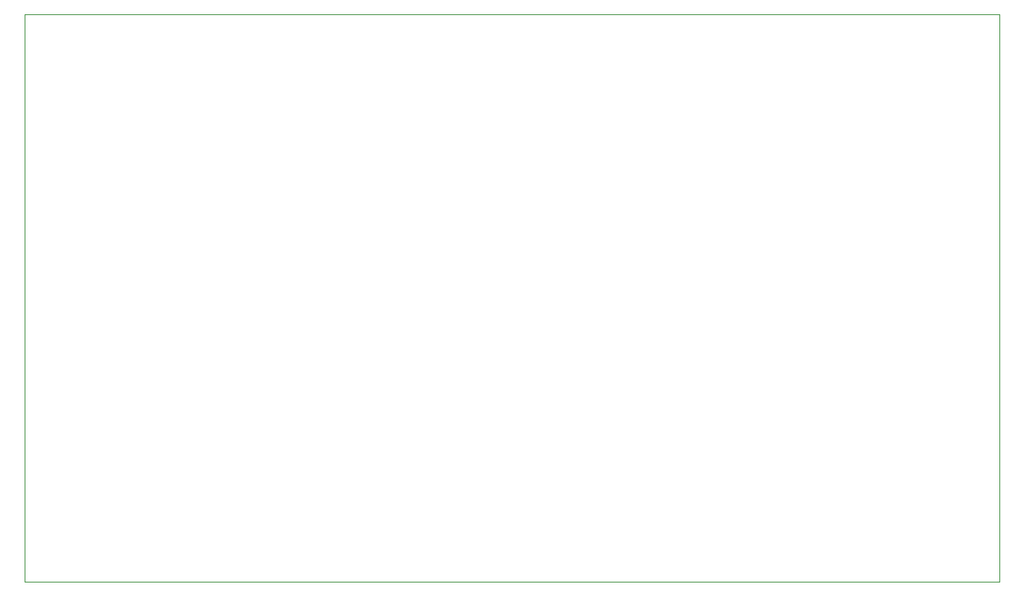
<source format=gbr>
%TF.GenerationSoftware,KiCad,Pcbnew,9.0.0*%
%TF.CreationDate,2025-03-30T13:01:22-06:00*%
%TF.ProjectId,connector_demo,636f6e6e-6563-4746-9f72-5f64656d6f2e,1*%
%TF.SameCoordinates,Original*%
%TF.FileFunction,Profile,NP*%
%FSLAX46Y46*%
G04 Gerber Fmt 4.6, Leading zero omitted, Abs format (unit mm)*
G04 Created by KiCad (PCBNEW 9.0.0) date 2025-03-30 13:01:22*
%MOMM*%
%LPD*%
G01*
G04 APERTURE LIST*
%TA.AperFunction,Profile*%
%ADD10C,0.050000*%
%TD*%
G04 APERTURE END LIST*
D10*
X92500000Y-58500000D02*
X196500000Y-58500000D01*
X196500000Y-119000000D01*
X92500000Y-119000000D01*
X92500000Y-58500000D01*
M02*

</source>
